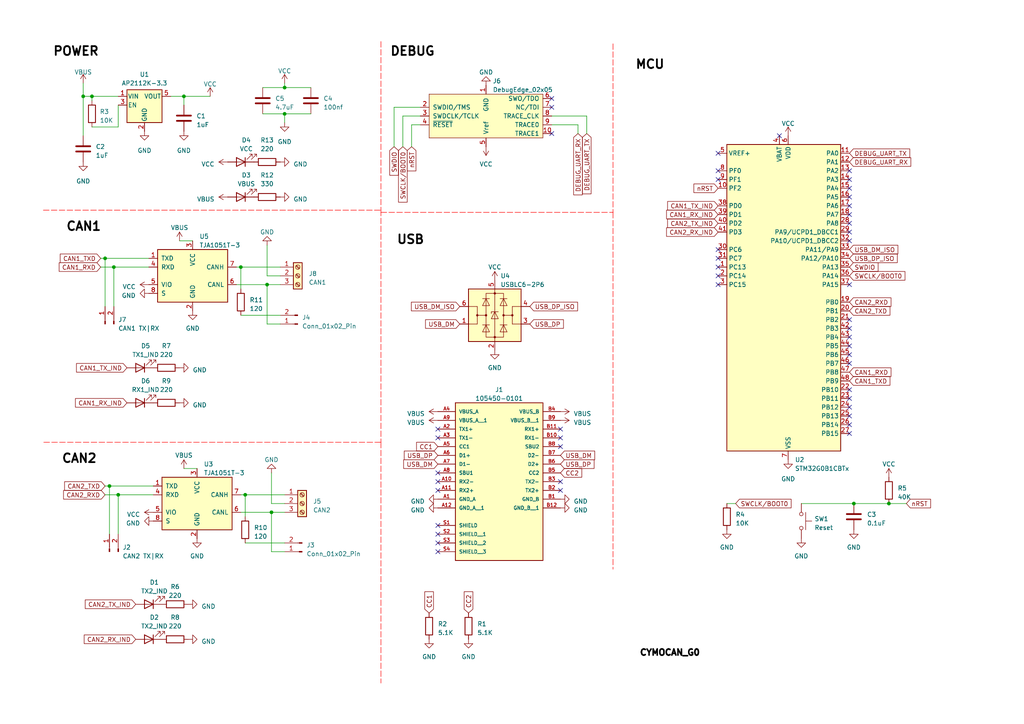
<source format=kicad_sch>
(kicad_sch (version 20230121) (generator eeschema)
  (paper "A4")
  (lib_symbols
    (symbol "105450-0101:105450-0101" (pin_names (offset 1.016))
      (property "Reference" "J" (at -12.7 16.002 0))
      (property "Value" "105450-0101" (at -12.7 -31.242 0))
      (symbol "105450-0101_0_0"
        (rectangle (start -12.7 -30.48) (end 12.7 15.24) (stroke (width 0.254)) (fill (type background)))
        (pin power_in line (at -17.78 -12.7 0) (length 5.08) (name "GND_A") (number "A1"))
        (pin bidirectional line (at -17.78 -7.62 0) (length 5.08) (name "RX2-") (number "A10"))
        (pin bidirectional line (at -17.78 -10.16 0) (length 5.08) (name "RX2+") (number "A11"))
        (pin power_in line (at -17.78 -15.24 0) (length 5.08) (name "GND_A__1") (number "A12"))
        (pin bidirectional line (at -17.78 7.62 0) (length 5.08) (name "TX1+") (number "A2"))
        (pin bidirectional line (at -17.78 5.08 0) (length 5.08) (name "TX1-") (number "A3"))
        (pin power_in line (at -17.78 12.7 0) (length 5.08) (name "VBUS_A") (number "A4"))
        (pin bidirectional line (at -17.78 2.54 0) (length 5.08) (name "CC1") (number "A5"))
        (pin bidirectional line (at -17.78 0 0) (length 5.08) (name "D1+") (number "A6"))
        (pin bidirectional line (at -17.78 -2.54 0) (length 5.08) (name "D1-") (number "A7"))
        (pin bidirectional line (at -17.78 -5.08 0) (length 5.08) (name "SBU1") (number "A8"))
        (pin power_in line (at -17.78 10.16 0) (length 5.08) (name "VBUS_A__1") (number "A9"))
        (pin power_in line (at 17.78 -12.7 180) (length 5.08) (name "GND_B") (number "B1"))
        (pin bidirectional line (at 17.78 5.08 180) (length 5.08) (name "RX1-") (number "B10"))
        (pin bidirectional line (at 17.78 7.62 180) (length 5.08) (name "RX1+") (number "B11"))
        (pin power_in line (at 17.78 -15.24 180) (length 5.08) (name "GND_B__1") (number "B12"))
        (pin bidirectional line (at 17.78 -10.16 180) (length 5.08) (name "TX2+") (number "B2"))
        (pin bidirectional line (at 17.78 -7.62 180) (length 5.08) (name "TX2-") (number "B3"))
        (pin power_in line (at 17.78 12.7 180) (length 5.08) (name "VBUS_B") (number "B4"))
        (pin bidirectional line (at 17.78 -5.08 180) (length 5.08) (name "CC2") (number "B5"))
        (pin bidirectional line (at 17.78 -2.54 180) (length 5.08) (name "D2+") (number "B6"))
        (pin bidirectional line (at 17.78 0 180) (length 5.08) (name "D2-") (number "B7"))
        (pin bidirectional line (at 17.78 2.54 180) (length 5.08) (name "SBU2") (number "B8"))
        (pin power_in line (at 17.78 10.16 180) (length 5.08) (name "VBUS_B__1") (number "B9"))
        (pin passive line (at -17.78 -20.32 0) (length 5.08) (name "SHIELD") (number "S1"))
        (pin passive line (at -17.78 -22.86 0) (length 5.08) (name "SHIELD__1") (number "S2"))
        (pin passive line (at -17.78 -25.4 0) (length 5.08) (name "SHIELD__2") (number "S3"))
        (pin passive line (at -17.78 -27.94 0) (length 5.08) (name "SHIELD__3") (number "S4"))
      )
    )
    (symbol "Connector:Conn_01x02_Pin" (pin_names (offset 1.016) hide)
      (property "Reference" "J" (at 0 2.54 0))
      (property "Value" "Conn_01x02_Pin" (at 0 -5.08 0))
      (symbol "Conn_01x02_Pin_1_1"
        (polyline (pts (xy 1.27 -2.54) (xy 0.8636 -2.54)) (stroke (width 0.1524)))
        (polyline (pts (xy 1.27 0) (xy 0.8636 0)) (stroke (width 0.1524)))
        (rectangle (start 0.8636 -2.413) (end 0 -2.667) (stroke (width 0.1524)) (fill (type outline)))
        (rectangle (start 0.8636 0.127) (end 0 -0.127) (stroke (width 0.1524)) (fill (type outline)))
        (pin passive line (at 5.08 0 180) (length 3.81) (name "Pin_1") (number "1"))
        (pin passive line (at 5.08 -2.54 180) (length 3.81) (name "Pin_2") (number "2"))
      )
    )
    (symbol "Connector:Screw_Terminal_01x03" (pin_names (offset 1.016) hide)
      (property "Reference" "J" (at 0 5.08 0))
      (property "Value" "Screw_Terminal_01x03" (at 0 -5.08 0))
      (symbol "Screw_Terminal_01x03_1_1"
        (rectangle (start -1.27 3.81) (end 1.27 -3.81) (stroke (width 0.254)) (fill (type background)))
        (circle (center 0 -2.54) (radius 0.635) (stroke (width 0.1524)))
        (polyline (pts (xy -0.5334 -2.2098) (xy 0.3302 -3.048)) (stroke (width 0.1524)))
        (polyline (pts (xy -0.5334 0.3302) (xy 0.3302 -0.508)) (stroke (width 0.1524)))
        (polyline (pts (xy -0.5334 2.8702) (xy 0.3302 2.032)) (stroke (width 0.1524)))
        (polyline (pts (xy -0.3556 -2.032) (xy 0.508 -2.8702)) (stroke (width 0.1524)))
        (polyline (pts (xy -0.3556 0.508) (xy 0.508 -0.3302)) (stroke (width 0.1524)))
        (polyline (pts (xy -0.3556 3.048) (xy 0.508 2.2098)) (stroke (width 0.1524)))
        (circle (center 0 0) (radius 0.635) (stroke (width 0.1524)))
        (circle (center 0 2.54) (radius 0.635) (stroke (width 0.1524)))
        (pin passive line (at -5.08 2.54 0) (length 3.81) (name "Pin_1") (number "1"))
        (pin passive line (at -5.08 0 0) (length 3.81) (name "Pin_2") (number "2"))
        (pin passive line (at -5.08 -2.54 0) (length 3.81) (name "Pin_3") (number "3"))
      )
    )
    (symbol "Connector_DebugEdge:DebugEdge_02x05" (pin_names (offset 1.016))
      (property "Reference" "J" (at -10.16 7.62 0))
      (property "Value" "DebugEdge_02x05" (at 11.43 7.62 0))
      (symbol "DebugEdge_02x05_0_1"
        (rectangle (start -16.51 6.35) (end 16.51 -6.35) (fill (type background)))
      )
      (symbol "DebugEdge_02x05_1_1"
        (pin power_in line (at 0 8.89 270) (length 2.54) (name "GND") (number "1"))
        (pin bidirectional line (at 19.05 -5.08 180) (length 2.54) (name "TRACE1") (number "10"))
        (pin bidirectional line (at -19.05 2.54 0) (length 2.54) (name "SWDIO/TMS") (number "2"))
        (pin bidirectional line (at -19.05 0 0) (length 2.54) (name "SWDCLK/TCLK") (number "3"))
        (pin bidirectional line (at -19.05 -2.54 0) (length 2.54) (name "~{RESET}") (number "4"))
        (pin power_in line (at 0 -8.89 90) (length 2.54) (name "Vref") (number "5"))
        (pin bidirectional line (at 19.05 5.08 180) (length 2.54) (name "SWO/TDO") (number "6"))
        (pin bidirectional line (at 19.05 2.54 180) (length 2.54) (name "NC/TDI") (number "7"))
        (pin bidirectional line (at 19.05 0 180) (length 2.54) (name "TRACE_CLK") (number "8"))
        (pin bidirectional line (at 19.05 -2.54 180) (length 2.54) (name "TRACE0") (number "9"))
      )
    )
    (symbol "Device:C" (pin_numbers hide) (pin_names (offset 0.254))
      (property "Reference" "C" (at 0.635 2.54 0))
      (property "Value" "C" (at 0.635 -2.54 0))
      (symbol "C_0_1"
        (polyline (pts (xy -2.032 -0.762) (xy 2.032 -0.762)) (stroke (width 0.508)))
        (polyline (pts (xy -2.032 0.762) (xy 2.032 0.762)) (stroke (width 0.508)))
      )
      (symbol "C_1_1"
        (pin passive line (at 0 3.81 270) (length 2.794) (name "~") (number "1"))
        (pin passive line (at 0 -3.81 90) (length 2.794) (name "~") (number "2"))
      )
    )
    (symbol "Device:LED" (pin_numbers hide) (pin_names (offset 1.016) hide)
      (property "Reference" "D" (at 0 2.54 0))
      (property "Value" "LED" (at 0 -2.54 0))
      (symbol "LED_0_1"
        (polyline (pts (xy -1.27 -1.27) (xy -1.27 1.27)) (stroke (width 0.254)))
        (polyline (pts (xy -1.27 0) (xy 1.27 0)))
        (polyline (pts (xy 1.27 -1.27) (xy 1.27 1.27) (xy -1.27 0) (xy 1.27 -1.27)) (stroke (width 0.254)))
        (polyline (pts (xy -3.048 -0.762) (xy -4.572 -2.286) (xy -3.81 -2.286) (xy -4.572 -2.286) (xy -4.572 -1.524)))
        (polyline (pts (xy -1.778 -0.762) (xy -3.302 -2.286) (xy -2.54 -2.286) (xy -3.302 -2.286) (xy -3.302 -1.524)))
      )
      (symbol "LED_1_1"
        (pin passive line (at -3.81 0 0) (length 2.54) (name "K") (number "1"))
        (pin passive line (at 3.81 0 180) (length 2.54) (name "A") (number "2"))
      )
    )
    (symbol "Device:R" (pin_numbers hide) (pin_names (offset 0))
      (property "Reference" "R" (at 2.032 0 90))
      (property "Value" "R" (at 0 0 90))
      (symbol "R_0_1"
        (rectangle (start -1.016 -2.54) (end 1.016 2.54) (stroke (width 0.254)))
      )
      (symbol "R_1_1"
        (pin passive line (at 0 3.81 270) (length 1.27) (name "~") (number "1"))
        (pin passive line (at 0 -3.81 90) (length 1.27) (name "~") (number "2"))
      )
    )
    (symbol "Interface_CAN_LIN:TJA1051T-3" (pin_names (offset 1.016))
      (property "Reference" "U" (at -10.16 8.89 0))
      (property "Value" "TJA1051T-3" (at 1.27 8.89 0))
      (symbol "TJA1051T-3_0_1"
        (rectangle (start -10.16 7.62) (end 10.16 -7.62) (stroke (width 0.254)) (fill (type background)))
      )
      (symbol "TJA1051T-3_1_1"
        (pin input line (at -12.7 5.08 0) (length 2.54) (name "TXD") (number "1"))
        (pin power_in line (at 0 -10.16 90) (length 2.54) (name "GND") (number "2"))
        (pin power_in line (at 0 10.16 270) (length 2.54) (name "VCC") (number "3"))
        (pin output line (at -12.7 2.54 0) (length 2.54) (name "RXD") (number "4"))
        (pin power_in line (at -12.7 -2.54 0) (length 2.54) (name "VIO") (number "5"))
        (pin bidirectional line (at 12.7 -2.54 180) (length 2.54) (name "CANL") (number "6"))
        (pin bidirectional line (at 12.7 2.54 180) (length 2.54) (name "CANH") (number "7"))
        (pin input line (at -12.7 -5.08 0) (length 2.54) (name "S") (number "8"))
      )
    )
    (symbol "MCU_ST_STM32G0:STM32G0B1CBTx"
      (property "Reference" "U" (at -15.24 46.99 0))
      (property "Value" "STM32G0B1CBTx" (at 5.08 46.99 0))
      (symbol "STM32G0B1CBTx_0_1"
        (rectangle (start -15.24 -43.18) (end 17.78 45.72) (stroke (width 0.254)) (fill (type background)))
      )
      (symbol "STM32G0B1CBTx_1_1"
        (pin bidirectional line (at -17.78 10.16 0) (length 2.54) (name "PC13") (number "1"))
        (pin bidirectional line (at -17.78 33.02 0) (length 2.54) (name "PF2") (number "10"))
        (pin bidirectional line (at 20.32 43.18 180) (length 2.54) (name "PA0") (number "11"))
        (pin bidirectional line (at 20.32 40.64 180) (length 2.54) (name "PA1") (number "12"))
        (pin bidirectional line (at 20.32 38.1 180) (length 2.54) (name "PA2") (number "13"))
        (pin bidirectional line (at 20.32 35.56 180) (length 2.54) (name "PA3") (number "14"))
        (pin bidirectional line (at 20.32 33.02 180) (length 2.54) (name "PA4") (number "15"))
        (pin bidirectional line (at 20.32 30.48 180) (length 2.54) (name "PA5") (number "16"))
        (pin bidirectional line (at 20.32 27.94 180) (length 2.54) (name "PA6") (number "17"))
        (pin bidirectional line (at 20.32 25.4 180) (length 2.54) (name "PA7") (number "18"))
        (pin bidirectional line (at 20.32 0 180) (length 2.54) (name "PB0") (number "19"))
        (pin bidirectional line (at -17.78 7.62 0) (length 2.54) (name "PC14") (number "2"))
        (pin bidirectional line (at 20.32 -2.54 180) (length 2.54) (name "PB1") (number "20"))
        (pin bidirectional line (at 20.32 -5.08 180) (length 2.54) (name "PB2") (number "21"))
        (pin bidirectional line (at 20.32 -25.4 180) (length 2.54) (name "PB10") (number "22"))
        (pin bidirectional line (at 20.32 -27.94 180) (length 2.54) (name "PB11") (number "23"))
        (pin bidirectional line (at 20.32 -30.48 180) (length 2.54) (name "PB12") (number "24"))
        (pin bidirectional line (at 20.32 -33.02 180) (length 2.54) (name "PB13") (number "25"))
        (pin bidirectional line (at 20.32 -35.56 180) (length 2.54) (name "PB14") (number "26"))
        (pin bidirectional line (at 20.32 -38.1 180) (length 2.54) (name "PB15") (number "27"))
        (pin bidirectional line (at 20.32 22.86 180) (length 2.54) (name "PA8") (number "28"))
        (pin bidirectional line (at 20.32 20.32 180) (length 2.54) (name "PA9/UCPD1_DBCC1") (number "29"))
        (pin bidirectional line (at -17.78 5.08 0) (length 2.54) (name "PC15") (number "3"))
        (pin bidirectional line (at -17.78 15.24 0) (length 2.54) (name "PC6") (number "30"))
        (pin bidirectional line (at -17.78 12.7 0) (length 2.54) (name "PC7") (number "31"))
        (pin bidirectional line (at 20.32 17.78 180) (length 2.54) (name "PA10/UCPD1_DBCC2") (number "32"))
        (pin bidirectional line (at 20.32 15.24 180) (length 2.54) (name "PA11/PA9") (number "33"))
        (pin bidirectional line (at 20.32 12.7 180) (length 2.54) (name "PA12/PA10") (number "34"))
        (pin bidirectional line (at 20.32 10.16 180) (length 2.54) (name "PA13") (number "35"))
        (pin bidirectional line (at 20.32 7.62 180) (length 2.54) (name "PA14") (number "36"))
        (pin bidirectional line (at 20.32 5.08 180) (length 2.54) (name "PA15") (number "37"))
        (pin bidirectional line (at -17.78 27.94 0) (length 2.54) (name "PD0") (number "38"))
        (pin bidirectional line (at -17.78 25.4 0) (length 2.54) (name "PD1") (number "39"))
        (pin power_in line (at 0 48.26 270) (length 2.54) (name "VBAT") (number "4"))
        (pin bidirectional line (at -17.78 22.86 0) (length 2.54) (name "PD2") (number "40"))
        (pin bidirectional line (at -17.78 20.32 0) (length 2.54) (name "PD3") (number "41"))
        (pin bidirectional line (at 20.32 -7.62 180) (length 2.54) (name "PB3") (number "42"))
        (pin bidirectional line (at 20.32 -10.16 180) (length 2.54) (name "PB4") (number "43"))
        (pin bidirectional line (at 20.32 -12.7 180) (length 2.54) (name "PB5") (number "44"))
        (pin bidirectional line (at 20.32 -15.24 180) (length 2.54) (name "PB6") (number "45"))
        (pin bidirectional line (at 20.32 -17.78 180) (length 2.54) (name "PB7") (number "46"))
        (pin bidirectional line (at 20.32 -20.32 180) (length 2.54) (name "PB8") (number "47"))
        (pin bidirectional line (at 20.32 -22.86 180) (length 2.54) (name "PB9") (number "48"))
        (pin input line (at -17.78 43.18 0) (length 2.54) (name "VREF+") (number "5"))
        (pin power_in line (at 2.54 48.26 270) (length 2.54) (name "VDD") (number "6"))
        (pin power_in line (at 2.54 -45.72 90) (length 2.54) (name "VSS") (number "7"))
        (pin bidirectional line (at -17.78 38.1 0) (length 2.54) (name "PF0") (number "8"))
        (pin bidirectional line (at -17.78 35.56 0) (length 2.54) (name "PF1") (number "9"))
      )
    )
    (symbol "Power_Protection:USBLC6-2P6" (pin_names hide)
      (property "Reference" "U" (at 2.54 8.89 0))
      (property "Value" "USBLC6-2P6" (at 2.54 -8.89 0))
      (symbol "USBLC6-2P6_0_1"
        (rectangle (start -7.62 -7.62) (end 7.62 7.62) (stroke (width 0.254)) (fill (type background)))
        (circle (center -5.08 0) (radius 0.254) (fill (type outline)))
        (circle (center -2.54 0) (radius 0.254) (fill (type outline)))
        (rectangle (start -2.54 6.35) (end 2.54 -6.35))
        (circle (center 0 -6.35) (radius 0.254) (fill (type outline)))
        (polyline (pts (xy -5.08 -2.54) (xy -7.62 -2.54)))
        (polyline (pts (xy -5.08 0) (xy -5.08 -2.54)))
        (polyline (pts (xy -5.08 2.54) (xy -7.62 2.54)))
        (polyline (pts (xy -1.524 -2.794) (xy -3.556 -2.794)))
        (polyline (pts (xy -1.524 4.826) (xy -3.556 4.826)))
        (polyline (pts (xy 0 -7.62) (xy 0 -6.35)))
        (polyline (pts (xy 0 -6.35) (xy 0 1.27)))
        (polyline (pts (xy 0 1.27) (xy 0 6.35)))
        (polyline (pts (xy 0 6.35) (xy 0 7.62)))
        (polyline (pts (xy 1.524 -2.794) (xy 3.556 -2.794)))
        (polyline (pts (xy 1.524 4.826) (xy 3.556 4.826)))
        (polyline (pts (xy 5.08 -2.54) (xy 7.62 -2.54)))
        (polyline (pts (xy 5.08 0) (xy 5.08 -2.54)))
        (polyline (pts (xy 5.08 2.54) (xy 7.62 2.54)))
        (polyline (pts (xy -2.54 0) (xy -5.08 0) (xy -5.08 2.54)))
        (polyline (pts (xy 2.54 0) (xy 5.08 0) (xy 5.08 2.54)))
        (polyline (pts (xy -3.556 -4.826) (xy -1.524 -4.826) (xy -2.54 -2.794) (xy -3.556 -4.826)))
        (polyline (pts (xy -3.556 2.794) (xy -1.524 2.794) (xy -2.54 4.826) (xy -3.556 2.794)))
        (polyline (pts (xy -1.016 -1.016) (xy 1.016 -1.016) (xy 0 1.016) (xy -1.016 -1.016)))
        (polyline (pts (xy 1.016 1.016) (xy 0.762 1.016) (xy -1.016 1.016) (xy -1.016 0.508)))
        (polyline (pts (xy 3.556 -4.826) (xy 1.524 -4.826) (xy 2.54 -2.794) (xy 3.556 -4.826)))
        (polyline (pts (xy 3.556 2.794) (xy 1.524 2.794) (xy 2.54 4.826) (xy 3.556 2.794)))
        (circle (center 0 6.35) (radius 0.254) (fill (type outline)))
        (circle (center 2.54 0) (radius 0.254) (fill (type outline)))
        (circle (center 5.08 0) (radius 0.254) (fill (type outline)))
      )
      (symbol "USBLC6-2P6_1_1"
        (pin passive line (at -10.16 -2.54 0) (length 2.54) (name "I/O1") (number "1"))
        (pin passive line (at 0 -10.16 90) (length 2.54) (name "GND") (number "2"))
        (pin passive line (at 10.16 -2.54 180) (length 2.54) (name "I/O2") (number "3"))
        (pin passive line (at 10.16 2.54 180) (length 2.54) (name "I/O2") (number "4"))
        (pin passive line (at 0 10.16 270) (length 2.54) (name "VBUS") (number "5"))
        (pin passive line (at -10.16 2.54 0) (length 2.54) (name "I/O1") (number "6"))
      )
    )
    (symbol "Regulator_Linear:AP2112K-3.3" (pin_names (offset 0.254))
      (property "Reference" "U" (at -5.08 5.715 0))
      (property "Value" "AP2112K-3.3" (at 0 5.715 0))
      (symbol "AP2112K-3.3_0_1"
        (rectangle (start -5.08 4.445) (end 5.08 -5.08) (stroke (width 0.254)) (fill (type background)))
      )
      (symbol "AP2112K-3.3_1_1"
        (pin power_in line (at -7.62 2.54 0) (length 2.54) (name "VIN") (number "1"))
        (pin power_in line (at 0 -7.62 90) (length 2.54) (name "GND") (number "2"))
        (pin input line (at -7.62 0 0) (length 2.54) (name "EN") (number "3"))
        (pin no_connect line (at 5.08 0 180) (length 2.54) hide (name "NC") (number "4"))
        (pin power_out line (at 7.62 2.54 180) (length 2.54) (name "VOUT") (number "5"))
      )
    )
    (symbol "Switch:SW_Push" (pin_numbers hide) (pin_names (offset 1.016) hide)
      (property "Reference" "SW" (at 1.27 2.54 0))
      (property "Value" "SW_Push" (at 0 -1.524 0))
      (symbol "SW_Push_0_1"
        (circle (center -2.032 0) (radius 0.508))
        (polyline (pts (xy 0 1.27) (xy 0 3.048)))
        (polyline (pts (xy 2.54 1.27) (xy -2.54 1.27)))
        (circle (center 2.032 0) (radius 0.508))
        (pin passive line (at -5.08 0 0) (length 2.54) (name "1") (number "1"))
        (pin passive line (at 5.08 0 180) (length 2.54) (name "2") (number "2"))
      )
    )
    (symbol "power:GND" (power) (pin_names (offset 0))
      (property "Value" "GND" (at 0 -3.81 0))
      (symbol "GND_0_1"
        (polyline (pts (xy 0 0) (xy 0 -1.27) (xy 1.27 -1.27) (xy 0 -2.54) (xy -1.27 -1.27) (xy 0 -1.27)))
      )
      (symbol "GND_1_1"
        (pin power_in line (at 0 0 270) (length 0) hide (name "GND") (number "1"))
      )
    )
    (symbol "power:VBUS" (power) (pin_names (offset 0))
      (property "Value" "VBUS" (at 0 3.81 0))
      (symbol "VBUS_0_1"
        (polyline (pts (xy -0.762 1.27) (xy 0 2.54)))
        (polyline (pts (xy 0 0) (xy 0 2.54)))
        (polyline (pts (xy 0 2.54) (xy 0.762 1.27)))
      )
      (symbol "VBUS_1_1"
        (pin power_in line (at 0 0 90) (length 0) hide (name "VBUS") (number "1"))
      )
    )
    (symbol "power:VCC" (power) (pin_names (offset 0))
      (property "Value" "VCC" (at 0 3.81 0))
      (symbol "VCC_0_1"
        (polyline (pts (xy -0.762 1.27) (xy 0 2.54)))
        (polyline (pts (xy 0 0) (xy 0 2.54)))
        (polyline (pts (xy 0 2.54) (xy 0.762 1.27)))
      )
      (symbol "VCC_1_1"
        (pin power_in line (at 0 0 90) (length 0) hide (name "VCC") (number "1"))
      )
    )
  )
  (junction (at 82.55 25.4))
  (junction (at 71.12 143.51))
  (junction (at 53.34 27.94))
  (junction (at 31.75 140.97))
  (junction (at 33.02 77.47))
  (junction (at 257.81 146.05))
  (junction (at 78.74 148.59))
  (junction (at 24.13 27.94))
  (junction (at 247.65 146.05))
  (junction (at 30.48 74.93))
  (junction (at 69.85 77.47))
  (junction (at 77.47 82.55))
  (junction (at 82.55 33.02))
  (junction (at 34.29 143.51))
  (junction (at 26.67 27.94))
  (no_connect (at 246.38 100.33))
  (no_connect (at 208.28 77.47))
  (no_connect (at 160.02 31.115))
  (no_connect (at 246.38 54.61))
  (no_connect (at 208.28 44.45))
  (no_connect (at 127 160.02))
  (no_connect (at 246.38 57.15))
  (no_connect (at 246.38 113.03))
  (no_connect (at 246.38 105.41))
  (no_connect (at 208.28 74.93))
  (no_connect (at 127 152.4))
  (no_connect (at 127 154.94))
  (no_connect (at 162.56 142.24))
  (no_connect (at 246.38 92.71))
  (no_connect (at 160.02 38.735))
  (no_connect (at 246.38 102.87))
  (no_connect (at 127 142.24))
  (no_connect (at 127 137.16))
  (no_connect (at 246.38 49.53))
  (no_connect (at 208.28 72.39))
  (no_connect (at 246.38 52.07))
  (no_connect (at 246.38 59.69))
  (no_connect (at 246.38 118.11))
  (no_connect (at 208.28 82.55))
  (no_connect (at 246.38 95.25))
  (no_connect (at 208.28 49.53))
  (no_connect (at 127 124.46))
  (no_connect (at 127 157.48))
  (no_connect (at 208.28 52.07))
  (no_connect (at 246.38 64.77))
  (no_connect (at 246.38 123.19))
  (no_connect (at 246.38 69.85))
  (no_connect (at 208.28 80.01))
  (no_connect (at 162.56 127))
  (no_connect (at 246.38 125.73))
  (no_connect (at 246.38 67.31))
  (no_connect (at 226.06 39.37))
  (no_connect (at 162.56 124.46))
  (no_connect (at 246.38 97.79))
  (no_connect (at 246.38 62.23))
  (no_connect (at 162.56 139.7))
  (no_connect (at 127 127))
  (no_connect (at 246.38 120.65))
  (no_connect (at 127 139.7))
  (no_connect (at 246.38 115.57))
  (no_connect (at 162.56 129.54))
  (no_connect (at 160.02 28.575))
  (no_connect (at 246.38 82.55))
  (wire (pts (xy 114.3 42.545) (xy 114.3 31.115)))
  (wire (pts (xy 31.75 140.97) (xy 31.75 154.94)))
  (wire (pts (xy 71.12 143.51) (xy 71.12 149.86)))
  (wire (pts (xy 34.29 36.83) (xy 26.67 36.83)))
  (wire (pts (xy 30.48 143.51) (xy 34.29 143.51)))
  (wire (pts (xy 68.58 82.55) (xy 77.47 82.55)))
  (wire (pts (xy 29.21 77.47) (xy 33.02 77.47)))
  (polyline (pts (xy 110.49 61.595) (xy 177.8 61.595)) (stroke (width 0) (type dash) (color 255 0 0 1)))
  (wire (pts (xy 31.75 140.97) (xy 44.45 140.97)))
  (wire (pts (xy 77.47 82.55) (xy 81.28 82.55)))
  (wire (pts (xy 78.74 160.02) (xy 78.74 148.59)))
  (wire (pts (xy 69.85 143.51) (xy 71.12 143.51)))
  (wire (pts (xy 114.3 31.115) (xy 121.92 31.115)))
  (wire (pts (xy 210.82 146.05) (xy 213.36 146.05)))
  (wire (pts (xy 34.29 143.51) (xy 34.29 154.94)))
  (wire (pts (xy 78.74 137.16) (xy 78.74 146.05)))
  (wire (pts (xy 24.13 27.94) (xy 24.13 39.37)))
  (wire (pts (xy 82.55 25.4) (xy 90.17 25.4)))
  (polyline (pts (xy 12.573 60.96) (xy 110.49 60.96)) (stroke (width 0) (type dash) (color 255 0 0 1)))
  (wire (pts (xy 116.84 33.655) (xy 121.92 33.655)))
  (wire (pts (xy 76.2 33.02) (xy 82.55 33.02)))
  (wire (pts (xy 33.02 77.47) (xy 43.18 77.47)))
  (polyline (pts (xy 177.8 12.7) (xy 177.8 61.595)) (stroke (width 0) (type dash) (color 255 0 0 1)))
  (wire (pts (xy 116.84 42.545) (xy 116.84 33.655)))
  (wire (pts (xy 119.38 36.195) (xy 121.92 36.195)))
  (wire (pts (xy 29.21 74.93) (xy 30.48 74.93)))
  (wire (pts (xy 26.67 27.94) (xy 34.29 27.94)))
  (wire (pts (xy 170.18 38.735) (xy 170.18 33.655)))
  (wire (pts (xy 26.67 27.94) (xy 26.67 29.21)))
  (wire (pts (xy 53.34 27.94) (xy 60.96 27.94)))
  (wire (pts (xy 24.13 24.13) (xy 24.13 27.94)))
  (polyline (pts (xy 110.49 12.0396) (xy 110.49 60.96)) (stroke (width 0) (type dash) (color 255 0 0 1)))
  (wire (pts (xy 232.41 146.05) (xy 247.65 146.05)))
  (wire (pts (xy 82.55 160.02) (xy 78.74 160.02)))
  (wire (pts (xy 69.85 91.44) (xy 81.28 91.44)))
  (wire (pts (xy 167.64 36.195) (xy 167.64 38.735)))
  (wire (pts (xy 71.12 143.51) (xy 82.55 143.51)))
  (wire (pts (xy 57.15 135.89) (xy 53.34 135.89)))
  (wire (pts (xy 170.18 33.655) (xy 160.02 33.655)))
  (wire (pts (xy 247.65 146.05) (xy 257.81 146.05)))
  (wire (pts (xy 55.88 69.85) (xy 52.07 69.85)))
  (wire (pts (xy 77.47 93.98) (xy 77.47 82.55)))
  (wire (pts (xy 77.47 71.12) (xy 77.47 80.01)))
  (wire (pts (xy 77.47 80.01) (xy 81.28 80.01)))
  (wire (pts (xy 81.28 93.98) (xy 77.47 93.98)))
  (wire (pts (xy 160.02 36.195) (xy 167.64 36.195)))
  (wire (pts (xy 34.29 30.48) (xy 34.29 36.83)))
  (wire (pts (xy 82.55 24.13) (xy 82.55 25.4)))
  (wire (pts (xy 34.29 143.51) (xy 44.45 143.51)))
  (wire (pts (xy 257.81 146.05) (xy 262.89 146.05)))
  (wire (pts (xy 76.2 25.4) (xy 82.55 25.4)))
  (wire (pts (xy 119.38 42.545) (xy 119.38 36.195)))
  (wire (pts (xy 33.02 77.47) (xy 33.02 88.9)))
  (polyline (pts (xy 177.8 61.595) (xy 177.8 165.1)) (stroke (width 0) (type dash) (color 255 0 0 1)))
  (wire (pts (xy 68.58 77.47) (xy 69.85 77.47)))
  (polyline (pts (xy 110.49 128.27) (xy 110.49 198.12)) (stroke (width 0) (type dash) (color 255 0 0 1)))
  (polyline (pts (xy 110.49 60.96) (xy 110.49 128.27)) (stroke (width 0) (type dash) (color 255 0 0 1)))
  (wire (pts (xy 82.55 33.02) (xy 82.55 35.56)))
  (wire (pts (xy 78.74 146.05) (xy 82.55 146.05)))
  (wire (pts (xy 71.12 157.48) (xy 82.55 157.48)))
  (wire (pts (xy 82.55 33.02) (xy 90.17 33.02)))
  (wire (pts (xy 69.85 77.47) (xy 81.28 77.47)))
  (polyline (pts (xy 12.7 128.27) (xy 110.49 128.27)) (stroke (width 0) (type dash) (color 255 0 0 1)))
  (wire (pts (xy 30.48 140.97) (xy 31.75 140.97)))
  (wire (pts (xy 69.85 148.59) (xy 78.74 148.59)))
  (wire (pts (xy 78.74 148.59) (xy 82.55 148.59)))
  (wire (pts (xy 53.34 30.48) (xy 53.34 27.94)))
  (wire (pts (xy 69.85 77.47) (xy 69.85 83.82)))
  (wire (pts (xy 24.13 27.94) (xy 26.67 27.94)))
  (wire (pts (xy 53.34 27.94) (xy 49.53 27.94)))
  (wire (pts (xy 30.48 74.93) (xy 30.48 88.9)))
  (wire (pts (xy 30.48 74.93) (xy 43.18 74.93)))
  (text "CAN1" (at 19.05 67.31 0) (effects (font (size 2.54 2.54) (thickness 0.508) bold) (justify left bottom)))
  (text "USB" (at 114.935 71.12 0) (effects (font (size 2.54 2.54) (thickness 0.508) bold) (justify left bottom)))
  (text "MCU" (at 184.15 20.32 0) (effects (font (size 2.54 2.54) (thickness 0.508) bold) (justify left bottom)))
  (text "DEBUG\n" (at 113.03 16.51 0) (effects (font (size 2.54 2.54) (thickness 0.508) bold) (justify left bottom)))
  (text "POWER" (at 15.24 16.51 0) (effects (font (size 2.54 2.54) (thickness 0.508) bold) (justify left bottom)))
  (text "CYMOCAN_G0" (at 185.42 190.5 0) (effects (font (size 1.778 1.778) (thickness 0.508) bold) (justify left bottom)))
  (text "CAN2\n" (at 17.78 134.62 0) (effects (font (size 2.54 2.54) (thickness 0.508) bold) (justify left bottom)))
  (global_label "CAN1_TX_IND" (shape input) (at 208.28 59.69 180) (property "Intersheetrefs" "${INTERSHEET_REFS}" (effects hide)))
  (global_label "SWDIO" (shape input) (at 246.38 77.47 0) (property "Intersheetrefs" "${INTERSHEET_REFS}" (effects hide)))
  (global_label "CAN1_RX_IND" (shape input) (at 36.83 116.84 180) (property "Intersheetrefs" "${INTERSHEET_REFS}" (effects hide)))
  (global_label "USB_DP" (shape input) (at 162.56 134.62 0) (property "Intersheetrefs" "${INTERSHEET_REFS}" (effects hide)))
  (global_label "CAN1_TXD" (shape input) (at 246.38 110.49 0) (property "Intersheetrefs" "${INTERSHEET_REFS}" (effects hide)))
  (global_label "USB_DM_ISO" (shape input) (at 133.35 88.9 180) (property "Intersheetrefs" "${INTERSHEET_REFS}" (effects hide)))
  (global_label "USB_DP_ISO" (shape input) (at 153.67 88.9 0) (property "Intersheetrefs" "${INTERSHEET_REFS}" (effects hide)))
  (global_label "CAN2_RXD" (shape input) (at 30.48 143.51 180) (property "Intersheetrefs" "${INTERSHEET_REFS}" (effects hide)))
  (global_label "CAN2_TX_IND" (shape input) (at 39.37 175.26 180) (property "Intersheetrefs" "${INTERSHEET_REFS}" (effects hide)))
  (global_label "CAN2_TXD" (shape input) (at 30.48 140.97 180) (property "Intersheetrefs" "${INTERSHEET_REFS}" (effects hide)))
  (global_label "CC2" (shape input) (at 135.89 177.8 90) (property "Intersheetrefs" "${INTERSHEET_REFS}" (effects hide)))
  (global_label "CAN1_RXD" (shape input) (at 246.38 107.95 0) (property "Intersheetrefs" "${INTERSHEET_REFS}" (effects hide)))
  (global_label "CAN2_RX_IND" (shape input) (at 39.37 185.42 180) (property "Intersheetrefs" "${INTERSHEET_REFS}" (effects hide)))
  (global_label "USB_DM" (shape input) (at 133.35 93.98 180) (property "Intersheetrefs" "${INTERSHEET_REFS}" (effects hide)))
  (global_label "USB_DM" (shape input) (at 127 134.62 180) (property "Intersheetrefs" "${INTERSHEET_REFS}" (effects hide)))
  (global_label "CC1" (shape input) (at 124.46 177.8 90) (property "Intersheetrefs" "${INTERSHEET_REFS}" (effects hide)))
  (global_label "DEBUG_UART_TX" (shape input) (at 246.38 44.45 0) (property "Intersheetrefs" "${INTERSHEET_REFS}" (effects hide)))
  (global_label "SWCLK{slash}BOOT0" (shape input) (at 116.84 42.545 270) (property "Intersheetrefs" "${INTERSHEET_REFS}" (effects hide)))
  (global_label "CAN1_RX_IND" (shape input) (at 208.28 62.23 180) (property "Intersheetrefs" "${INTERSHEET_REFS}" (effects hide)))
  (global_label "DEBUG_UART_TX" (shape input) (at 170.18 38.735 270) (property "Intersheetrefs" "${INTERSHEET_REFS}" (effects hide)))
  (global_label "nRST" (shape input) (at 208.28 54.61 180) (property "Intersheetrefs" "${INTERSHEET_REFS}" (effects hide)))
  (global_label "SWCLK{slash}BOOT0" (shape input) (at 246.38 80.01 0) (property "Intersheetrefs" "${INTERSHEET_REFS}" (effects hide)))
  (global_label "USB_DP" (shape input) (at 127 132.08 180) (property "Intersheetrefs" "${INTERSHEET_REFS}" (effects hide)))
  (global_label "CC2" (shape input) (at 162.56 137.16 0) (property "Intersheetrefs" "${INTERSHEET_REFS}" (effects hide)))
  (global_label "nRST" (shape input) (at 119.38 42.545 270) (property "Intersheetrefs" "${INTERSHEET_REFS}" (effects hide)))
  (global_label "CAN1_RXD" (shape input) (at 29.21 77.47 180) (property "Intersheetrefs" "${INTERSHEET_REFS}" (effects hide)))
  (global_label "nRST" (shape input) (at 262.89 146.05 0) (property "Intersheetrefs" "${INTERSHEET_REFS}" (effects hide)))
  (global_label "USB_DM_ISO" (shape input) (at 246.38 72.39 0) (property "Intersheetrefs" "${INTERSHEET_REFS}" (effects hide)))
  (global_label "CAN2_TXD" (shape input) (at 246.38 90.17 0) (property "Intersheetrefs" "${INTERSHEET_REFS}" (effects hide)))
  (global_label "SWDIO" (shape input) (at 114.3 42.545 270) (property "Intersheetrefs" "${INTERSHEET_REFS}" (effects hide)))
  (global_label "CAN2_TX_IND" (shape input) (at 208.28 64.77 180) (property "Intersheetrefs" "${INTERSHEET_REFS}" (effects hide)))
  (global_label "CAN2_RXD" (shape input) (at 246.38 87.63 0) (property "Intersheetrefs" "${INTERSHEET_REFS}" (effects hide)))
  (global_label "CAN2_RX_IND" (shape input) (at 208.28 67.31 180) (property "Intersheetrefs" "${INTERSHEET_REFS}" (effects hide)))
  (global_label "USB_DM" (shape input) (at 162.56 132.08 0) (property "Intersheetrefs" "${INTERSHEET_REFS}" (effects hide)))
  (global_label "CAN1_TX_IND" (shape input) (at 36.83 106.68 180) (property "Intersheetrefs" "${INTERSHEET_REFS}" (effects hide)))
  (global_label "SWCLK{slash}BOOT0" (shape input) (at 213.36 146.05 0) (property "Intersheetrefs" "${INTERSHEET_REFS}" (effects hide)))
  (global_label "USB_DP" (shape input) (at 153.67 93.98 0) (property "Intersheetrefs" "${INTERSHEET_REFS}" (effects hide)))
  (global_label "CC1" (shape input) (at 127 129.54 180) (property "Intersheetrefs" "${INTERSHEET_REFS}" (effects hide)))
  (global_label "DEBUG_UART_RX" (shape input) (at 246.38 46.99 0) (property "Intersheetrefs" "${INTERSHEET_REFS}" (effects hide)))
  (global_label "CAN1_TXD" (shape input) (at 29.21 74.93 180) (property "Intersheetrefs" "${INTERSHEET_REFS}" (effects hide)))
  (global_label "USB_DP_ISO" (shape input) (at 246.38 74.93 0) (property "Intersheetrefs" "${INTERSHEET_REFS}" (effects hide)))
  (global_label "DEBUG_UART_RX" (shape input) (at 167.64 38.735 270) (property "Intersheetrefs" "${INTERSHEET_REFS}" (effects hide)))
  (symbol (lib_id "power:GND") (at 124.46 185.42 0) (unit 1)
    (property "Reference" "#PWR025" (effects hide))
    (property "Value" "GND" (at 124.46 190.5 0))
  )
  (symbol (lib_id "power:GND") (at 53.34 38.1 0) (unit 1)
    (property "Reference" "#PWR07" (effects hide))
    (property "Value" "GND" (at 53.34 43.6626 0))
  )
  (symbol (lib_id "power:GND") (at 232.41 156.21 0) (unit 1)
    (property "Reference" "#PWR039" (effects hide))
    (property "Value" "GND" (at 232.41 161.29 0))
  )
  (symbol (lib_id "power:GND") (at 127 144.78 270) (unit 1)
    (property "Reference" "#PWR018" (effects hide))
    (property "Value" "GND" (at 123.19 145.415 90) (effects (justify right)))
  )
  (symbol (lib_id "power:GND") (at 143.51 101.6 0) (unit 1)
    (property "Reference" "#PWR045" (effects hide))
    (property "Value" "GND" (at 143.51 106.68 0))
  )
  (symbol (lib_id "power:GND") (at 78.74 137.16 180) (unit 1)
    (property "Reference" "#PWR043" (effects hide))
    (property "Value" "GND" (at 78.74 133.35 0))
  )
  (symbol (lib_id "Device:C") (at 247.65 149.86 0) (unit 1)
    (property "Reference" "C3" (at 251.46 149.225 0) (effects (justify left)))
    (property "Value" "0.1uF" (at 251.46 151.765 0) (effects (justify left)))
    (property "Footprint" "Capacitor_SMD:C_0603_1608Metric_Pad1.08x0.95mm_HandSolder" (effects hide))
  )
  (symbol (lib_id "Device:R") (at 210.82 149.86 180) (unit 1)
    (property "Reference" "R4" (at 213.36 149.225 0) (effects (justify right)))
    (property "Value" "10K" (at 213.36 151.765 0) (effects (justify right)))
    (property "Footprint" "Resistor_SMD:R_0603_1608Metric_Pad0.98x0.95mm_HandSolder" (effects hide))
  )
  (symbol (lib_id "Device:LED") (at 43.18 175.26 180) (unit 1)
    (property "Reference" "D1" (at 44.7675 168.91 0))
    (property "Value" "TX2_IND" (at 44.7675 171.45 0))
    (property "Footprint" "LED_SMD:LED_0603_1608Metric_Pad1.05x0.95mm_HandSolder" (effects hide))
  )
  (symbol (lib_id "Device:R") (at 50.8 185.42 90) (unit 1)
    (property "Reference" "R8" (at 50.8 179.07 90))
    (property "Value" "220" (at 50.8 181.61 90))
    (property "Footprint" "Resistor_SMD:R_0603_1608Metric_Pad0.98x0.95mm_HandSolder" (effects hide))
  )
  (symbol (lib_id "Device:R") (at 77.47 46.99 90) (unit 1)
    (property "Reference" "R13" (at 77.47 40.64 90))
    (property "Value" "220" (at 77.47 43.18 90))
    (property "Footprint" "Resistor_SMD:R_0603_1608Metric_Pad0.98x0.95mm_HandSolder" (effects hide))
  )
  (symbol (lib_id "Device:C") (at 53.34 34.29 0) (unit 1)
    (property "Reference" "C1" (at 56.9722 33.655 0) (effects (justify left)))
    (property "Value" "1uF" (at 56.9722 36.195 0) (effects (justify left)))
    (property "Footprint" "Capacitor_SMD:C_0603_1608Metric_Pad1.08x0.95mm_HandSolder" (effects hide))
  )
  (symbol (lib_id "Connector:Conn_01x02_Pin") (at 87.63 160.02 180) (unit 1)
    (property "Reference" "J3" (at 88.9 158.115 0) (effects (justify right)))
    (property "Value" "Conn_01x02_Pin" (at 88.9 160.655 0) (effects (justify right)))
    (property "Footprint" "Connector_PinHeader_2.54mm:PinHeader_2x01_P2.54mm_Vertical" (effects hide))
  )
  (symbol (lib_id "power:GND") (at 52.07 106.68 90) (unit 1)
    (property "Reference" "#PWR035" (effects hide))
    (property "Value" "GND" (at 55.88 107.315 90) (effects (justify right)))
  )
  (symbol (lib_id "Device:R") (at 26.67 33.02 0) (unit 1)
    (property "Reference" "R3" (at 28.9306 32.385 0) (effects (justify left)))
    (property "Value" "10K" (at 28.9306 34.925 0) (effects (justify left)))
    (property "Footprint" "Resistor_SMD:R_0603_1608Metric_Pad0.98x0.95mm_HandSolder" (effects hide))
  )
  (symbol (lib_id "power:VBUS") (at 52.07 69.85 0) (unit 1)
    (property "Reference" "#PWR026" (effects hide))
    (property "Value" "VBUS" (at 52.07 66.04 0))
  )
  (symbol (lib_id "power:VBUS") (at 127 121.92 90) (unit 1)
    (property "Reference" "#PWR021" (effects hide))
    (property "Value" "VBUS" (at 123.19 122.555 90) (effects (justify left)))
  )
  (symbol (lib_id "power:GND") (at 43.18 85.09 270) (unit 1)
    (property "Reference" "#PWR029" (effects hide))
    (property "Value" "GND" (at 39.37 85.725 90) (effects (justify right)))
  )
  (symbol (lib_id "power:GND") (at 55.88 90.17 0) (unit 1)
    (property "Reference" "#PWR028" (effects hide))
    (property "Value" "GND" (at 55.88 95.25 0))
  )
  (symbol (lib_id "power:GND") (at 57.15 156.21 0) (unit 1)
    (property "Reference" "#PWR033" (effects hide))
    (property "Value" "GND" (at 57.15 161.29 0))
  )
  (symbol (lib_id "power:GND") (at 54.61 185.42 90) (unit 1)
    (property "Reference" "#PWR036" (effects hide))
    (property "Value" "GND" (at 58.42 186.055 90) (effects (justify right)))
  )
  (symbol (lib_id "Device:R") (at 48.26 106.68 90) (unit 1)
    (property "Reference" "R7" (at 48.26 100.33 90))
    (property "Value" "220" (at 48.26 102.87 90))
    (property "Footprint" "Resistor_SMD:R_0603_1608Metric_Pad0.98x0.95mm_HandSolder" (effects hide))
  )
  (symbol (lib_id "Interface_CAN_LIN:TJA1051T-3") (at 55.88 80.01 0) (unit 1)
    (property "Reference" "U5" (at 57.8359 68.58 0) (effects (justify left)))
    (property "Value" "TJA1051T-3" (at 57.8359 71.12 0) (effects (justify left)))
    (property "Footprint" "Package_SO:SOIC-8_3.9x4.9mm_P1.27mm" (effects hide))
    (property "Datasheet" "http://www.nxp.com/documents/data_sheet/TJA1051.pdf" (effects hide))
  )
  (symbol (lib_id "power:VCC") (at 228.6 39.37 0) (unit 1)
    (property "Reference" "#PWR09" (effects hide))
    (property "Value" "VCC" (at 228.6 35.8394 0))
  )
  (symbol (lib_id "Device:R") (at 135.89 181.61 0) (unit 1)
    (property "Reference" "R1" (at 138.43 180.975 0) (effects (justify left)))
    (property "Value" "5.1K" (at 138.43 183.515 0) (effects (justify left)))
    (property "Footprint" "Resistor_SMD:R_0603_1608Metric_Pad0.98x0.95mm_HandSolder" (effects hide))
  )
  (symbol (lib_id "power:GND") (at 52.07 116.84 90) (unit 1)
    (property "Reference" "#PWR037" (effects hide))
    (property "Value" "GND" (at 55.88 117.475 90) (effects (justify right)))
  )
  (symbol (lib_id "power:GND") (at 77.47 71.12 180) (unit 1)
    (property "Reference" "#PWR042" (effects hide))
    (property "Value" "GND" (at 77.47 67.31 0))
  )
  (symbol (lib_id "power:GND") (at 210.82 153.67 0) (unit 1)
    (property "Reference" "#PWR041" (effects hide))
    (property "Value" "GND" (at 210.82 158.75 0))
  )
  (symbol (lib_id "Device:R") (at 124.46 181.61 0) (unit 1)
    (property "Reference" "R2" (at 127 180.975 0) (effects (justify left)))
    (property "Value" "5.1K" (at 127 183.515 0) (effects (justify left)))
    (property "Footprint" "Resistor_SMD:R_0603_1608Metric_Pad0.98x0.95mm_HandSolder" (effects hide))
  )
  (symbol (lib_id "power:GND") (at 44.45 151.13 270) (unit 1)
    (property "Reference" "#PWR031" (effects hide))
    (property "Value" "GND" (at 40.64 151.765 90) (effects (justify right)))
  )
  (symbol (lib_id "Connector:Conn_01x02_Pin") (at 86.36 93.98 180) (unit 1)
    (property "Reference" "J4" (at 87.63 92.075 0) (effects (justify right)))
    (property "Value" "Conn_01x02_Pin" (at 87.63 94.615 0) (effects (justify right)))
    (property "Footprint" "Connector_PinHeader_2.54mm:PinHeader_2x01_P2.54mm_Vertical" (effects hide))
  )
  (symbol (lib_id "power:VCC") (at 143.51 81.28 0) (unit 1)
    (property "Reference" "#PWR044" (effects hide))
    (property "Value" "VCC" (at 143.51 77.47 0))
  )
  (symbol (lib_id "power:VCC") (at 43.18 82.55 90) (unit 1)
    (property "Reference" "#PWR027" (effects hide))
    (property "Value" "VCC" (at 39.37 83.185 90) (effects (justify left)))
  )
  (symbol (lib_id "power:VCC") (at 44.45 148.59 90) (unit 1)
    (property "Reference" "#PWR030" (effects hide))
    (property "Value" "VCC" (at 40.64 149.225 90) (effects (justify left)))
  )
  (symbol (lib_id "Device:LED") (at 43.18 185.42 180) (unit 1)
    (property "Reference" "D2" (at 44.7675 179.07 0))
    (property "Value" "TX2_IND" (at 44.7675 181.61 0))
    (property "Footprint" "LED_SMD:LED_0603_1608Metric_Pad1.05x0.95mm_HandSolder" (effects hide))
  )
  (symbol (lib_id "MCU_ST_STM32G0:STM32G0B1CBTx") (at 226.06 87.63 0) (unit 1)
    (property "Reference" "U2" (at 230.5559 133.35 0) (effects (justify left)))
    (property "Value" "STM32G0B1CBTx" (at 230.5559 135.89 0) (effects (justify left)))
    (property "Footprint" "Package_QFP:LQFP-48_7x7mm_P0.5mm" (effects hide))
    (property "Datasheet" "https://www.st.com/resource/en/datasheet/stm32g0b1cb.pdf" (effects hide))
  )
  (symbol (lib_id "Power_Protection:USBLC6-2P6") (at 143.51 91.44 0) (unit 1)
    (property "Reference" "U4" (at 145.1611 80.01 0) (effects (justify left)))
    (property "Value" "USBLC6-2P6" (at 145.1611 82.55 0) (effects (justify left)))
    (property "Footprint" "Package_TO_SOT_SMD:SOT-666" (effects hide))
    (property "Datasheet" "https://www.st.com/resource/en/datasheet/usblc6-2.pdf" (effects hide))
  )
  (symbol (lib_id "power:GND") (at 135.89 185.42 0) (unit 1)
    (property "Reference" "#PWR024" (effects hide))
    (property "Value" "GND" (at 135.89 190.5 0))
  )
  (symbol (lib_id "power:GND") (at 41.91 38.1 0) (unit 1)
    (property "Reference" "#PWR06" (effects hide))
    (property "Value" "GND" (at 41.91 43.6626 0))
  )
  (symbol (lib_id "power:GND") (at 82.55 35.56 0) (unit 1)
    (property "Reference" "#PWR012" (effects hide))
    (property "Value" "GND" (at 82.55 41.1226 0))
  )
  (symbol (lib_id "power:VCC") (at 140.97 42.545 180) (unit 1)
    (property "Reference" "#PWR014" (effects hide))
    (property "Value" "VCC" (at 140.97 47.625 0))
  )
  (symbol (lib_id "Device:LED") (at 69.85 57.15 180) (unit 1)
    (property "Reference" "D3" (at 71.4375 50.8 0))
    (property "Value" "VBUS" (at 71.4375 53.34 0))
    (property "Footprint" "LED_SMD:LED_0603_1608Metric_Pad1.05x0.95mm_HandSolder" (effects hide))
  )
  (symbol (lib_id "power:VBUS") (at 127 119.38 90) (unit 1)
    (property "Reference" "#PWR020" (effects hide))
    (property "Value" "VBUS" (at 123.19 120.015 90) (effects (justify left)))
  )
  (symbol (lib_id "power:GND") (at 247.65 153.67 0) (unit 1)
    (property "Reference" "#PWR038" (effects hide))
    (property "Value" "GND" (at 247.65 158.75 0))
  )
  (symbol (lib_id "power:GND") (at 162.56 147.32 90) (unit 1)
    (property "Reference" "#PWR016" (effects hide))
    (property "Value" "GND" (at 166.37 147.955 90) (effects (justify right)))
  )
  (symbol (lib_id "power:GND") (at 140.97 24.765 180) (unit 1)
    (property "Reference" "#PWR015" (effects hide))
    (property "Value" "GND" (at 140.97 20.955 0))
  )
  (symbol (lib_id "Connector:Screw_Terminal_01x03") (at 87.63 146.05 0) (unit 1)
    (property "Reference" "J5" (at 90.805 145.415 0) (effects (justify left)))
    (property "Value" "CAN2" (at 90.805 147.955 0) (effects (justify left)))
    (property "Footprint" "TerminalBlock:TerminalBlock_bornier-3_P5.08mm" (effects hide))
  )
  (symbol (lib_id "power:GND") (at 81.28 57.15 90) (unit 1)
    (property "Reference" "#PWR013" (effects hide))
    (property "Value" "GND" (at 85.09 57.785 90) (effects (justify right)))
  )
  (symbol (lib_id "Device:R") (at 48.26 116.84 90) (unit 1)
    (property "Reference" "R9" (at 48.26 110.49 90))
    (property "Value" "220" (at 48.26 113.03 90))
    (property "Footprint" "Resistor_SMD:R_0603_1608Metric_Pad0.98x0.95mm_HandSolder" (effects hide))
  )
  (symbol (lib_id "power:GND") (at 127 147.32 270) (unit 1)
    (property "Reference" "#PWR019" (effects hide))
    (property "Value" "GND" (at 123.19 147.955 90) (effects (justify right)))
  )
  (symbol (lib_id "Device:R") (at 77.47 57.15 90) (unit 1)
    (property "Reference" "R12" (at 77.47 50.8 90))
    (property "Value" "330" (at 77.47 53.34 90))
    (property "Footprint" "Resistor_SMD:R_0603_1608Metric_Pad0.98x0.95mm_HandSolder" (effects hide))
  )
  (symbol (lib_id "power:VBUS") (at 162.56 119.38 270) (unit 1)
    (property "Reference" "#PWR022" (effects hide))
    (property "Value" "VBUS" (at 166.37 120.015 90) (effects (justify left)))
  )
  (symbol (lib_id "105450-0101:105450-0101") (at 144.78 132.08 0) (unit 1)
    (property "Reference" "J1" (at 144.78 113.03 0))
    (property "Value" "105450-0101" (at 144.78 115.57 0))
    (property "Footprint" "SnapEDA Library:MOLEX_105450-0101" (effects hide))
    (property "PARTREV" "A7" (effects hide))
    (property "MANUFACTURER" "Molex" (effects hide))
    (property "STANDARD" "Manufacturer Recommendations" (effects hide))
    (property "MAXIMUM_PACKAGE_HEIGHT" "3.24mm" (effects hide))
  )
  (symbol (lib_id "Device:LED") (at 40.64 116.84 180) (unit 1)
    (property "Reference" "D6" (at 42.2275 110.49 0))
    (property "Value" "RX1_IND" (at 42.2275 113.03 0))
    (property "Footprint" "LED_SMD:LED_0603_1608Metric_Pad1.05x0.95mm_HandSolder" (effects hide))
  )
  (symbol (lib_id "power:VCC") (at 60.96 27.94 0) (unit 1)
    (property "Reference" "#PWR08" (effects hide))
    (property "Value" "VCC" (at 60.96 24.4094 0))
  )
  (symbol (lib_id "power:GND") (at 162.56 144.78 90) (unit 1)
    (property "Reference" "#PWR017" (effects hide))
    (property "Value" "GND" (at 166.37 145.415 90) (effects (justify right)))
  )
  (symbol (lib_id "Switch:SW_Push") (at 232.41 151.13 270) (unit 1)
    (property "Reference" "SW1" (at 236.22 150.495 90) (effects (justify left)))
    (property "Value" "Reset" (at 236.22 153.035 90) (effects (justify left)))
    (property "Footprint" "Button_Switch_THT:SW_PUSH_6mm" (effects hide))
  )
  (symbol (lib_id "power:VBUS") (at 53.34 135.89 0) (unit 1)
    (property "Reference" "#PWR032" (effects hide))
    (property "Value" "VBUS" (at 53.34 132.08 0))
  )
  (symbol (lib_id "Device:LED") (at 69.85 46.99 180) (unit 1)
    (property "Reference" "D4" (at 71.4375 40.64 0))
    (property "Value" "VCC" (at 71.4375 43.18 0))
    (property "Footprint" "LED_SMD:LED_0603_1608Metric_Pad1.05x0.95mm_HandSolder" (effects hide))
  )
  (symbol (lib_id "Connector:Screw_Terminal_01x03") (at 86.36 80.01 0) (unit 1)
    (property "Reference" "J8" (at 89.535 79.375 0) (effects (justify left)))
    (property "Value" "CAN1" (at 89.535 81.915 0) (effects (justify left)))
    (property "Footprint" "TerminalBlock:TerminalBlock_bornier-3_P5.08mm" (effects hide))
  )
  (symbol (lib_id "Device:R") (at 69.85 87.63 0) (unit 1)
    (property "Reference" "R11" (at 72.39 86.995 0) (effects (justify left)))
    (property "Value" "120" (at 72.39 89.535 0) (effects (justify left)))
    (property "Footprint" "Resistor_SMD:R_0603_1608Metric_Pad0.98x0.95mm_HandSolder" (effects hide))
  )
  (symbol (lib_id "Device:R") (at 71.12 153.67 0) (unit 1)
    (property "Reference" "R10" (at 73.66 153.035 0) (effects (justify left)))
    (property "Value" "120" (at 73.66 155.575 0) (effects (justify left)))
    (property "Footprint" "Resistor_SMD:R_0603_1608Metric_Pad0.98x0.95mm_HandSolder" (effects hide))
  )
  (symbol (lib_id "Device:C") (at 76.2 29.21 0) (unit 1)
    (property "Reference" "C5" (at 79.8322 28.575 0) (effects (justify left)))
    (property "Value" "4.7uF" (at 79.8322 31.115 0) (effects (justify left)))
    (property "Footprint" "Capacitor_SMD:C_0603_1608Metric_Pad1.08x0.95mm_HandSolder" (effects hide))
  )
  (symbol (lib_id "power:VCC") (at 257.81 138.43 0) (unit 1)
    (property "Reference" "#PWR040" (effects hide))
    (property "Value" "VCC" (at 257.81 134.62 0))
  )
  (symbol (lib_id "power:GND") (at 54.61 175.26 90) (unit 1)
    (property "Reference" "#PWR034" (effects hide))
    (property "Value" "GND" (at 58.42 175.895 90) (effects (justify right)))
  )
  (symbol (lib_id "Connector:Conn_01x02_Pin") (at 31.75 160.02 90) (unit 1)
    (property "Reference" "J2" (at 35.56 158.75 90) (effects (justify right)))
    (property "Value" "CAN2 TX|RX" (at 35.56 161.29 90) (effects (justify right)))
    (property "Footprint" "Connector_PinHeader_2.54mm:PinHeader_2x01_P2.54mm_Vertical" (effects hide))
  )
  (symbol (lib_id "power:VBUS") (at 66.04 57.15 90) (unit 1)
    (property "Reference" "#PWR02" (effects hide))
    (property "Value" "VBUS" (at 62.23 57.785 90) (effects (justify left)))
  )
  (symbol (lib_id "Device:R") (at 257.81 142.24 0) (unit 1)
    (property "Reference" "R5" (at 260.35 141.605 0) (effects (justify left)))
    (property "Value" "40K" (at 260.35 144.145 0) (effects (justify left)))
    (property "Footprint" "Resistor_SMD:R_0603_1608Metric_Pad0.98x0.95mm_HandSolder" (effects hide))
  )
  (symbol (lib_id "power:VCC") (at 66.04 46.99 90) (unit 1)
    (property "Reference" "#PWR03" (effects hide))
    (property "Value" "VCC" (at 62.23 47.625 90) (effects (justify left)))
  )
  (symbol (lib_id "Connector:Conn_01x02_Pin") (at 30.48 93.98 90) (unit 1)
    (property "Reference" "J7" (at 34.29 92.71 90) (effects (justify right)))
    (property "Value" "CAN1 TX|RX" (at 34.29 95.25 90) (effects (justify right)))
    (property "Footprint" "Connector_PinHeader_2.54mm:PinHeader_2x01_P2.54mm_Vertical" (effects hide))
  )
  (symbol (lib_id "power:VCC") (at 82.55 24.13 0) (unit 1)
    (property "Reference" "#PWR011" (effects hide))
    (property "Value" "VCC" (at 82.55 20.5994 0))
  )
  (symbol (lib_id "Device:C") (at 90.17 29.21 0) (unit 1)
    (property "Reference" "C4" (at 93.8022 28.575 0) (effects (justify left)))
    (property "Value" "100nf" (at 93.8022 31.115 0) (effects (justify left)))
    (property "Footprint" "Capacitor_SMD:C_0603_1608Metric_Pad1.08x0.95mm_HandSolder" (effects hide))
  )
  (symbol (lib_id "Device:R") (at 50.8 175.26 90) (unit 1)
    (property "Reference" "R6" (at 50.8 170.18 90))
    (property "Value" "220" (at 50.8 172.72 90))
    (property "Footprint" "Resistor_SMD:R_0603_1608Metric_Pad0.98x0.95mm_HandSolder" (effects hide))
  )
  (symbol (lib_id "power:GND") (at 24.13 46.99 0) (unit 1)
    (property "Reference" "#PWR05" (effects hide))
    (property "Value" "GND" (at 24.13 52.5526 0))
  )
  (symbol (lib_id "power:VBUS") (at 24.13 24.13 0) (unit 1)
    (property "Reference" "#PWR04" (effects hide))
    (property "Value" "VBUS" (at 24.13 20.9296 0))
  )
  (symbol (lib_id "power:GND") (at 228.6 133.35 0) (unit 1)
    (property "Reference" "#PWR010" (effects hide))
    (property "Value" "GND" (at 228.6 138.9126 0))
  )
  (symbol (lib_id "power:GND") (at 81.28 46.99 90) (unit 1)
    (property "Reference" "#PWR01" (effects hide))
    (property "Value" "GND" (at 85.09 47.625 90) (effects (justify right)))
  )
  (symbol (lib_id "Interface_CAN_LIN:TJA1051T-3") (at 57.15 146.05 0) (unit 1)
    (property "Reference" "U3" (at 59.1059 134.62 0) (effects (justify left)))
    (property "Value" "TJA1051T-3" (at 59.1059 137.16 0) (effects (justify left)))
    (property "Footprint" "Package_SO:SOIC-8_3.9x4.9mm_P1.27mm" (effects hide))
    (property "Datasheet" "http://www.nxp.com/documents/data_sheet/TJA1051.pdf" (effects hide))
  )
  (symbol (lib_id "Device:C") (at 24.13 43.18 0) (unit 1)
    (property "Reference" "C2" (at 27.7622 42.545 0) (effects (justify left)))
    (property "Value" "1uF" (at 27.7622 45.085 0) (effects (justify left)))
    (property "Footprint" "Capacitor_SMD:C_0603_1608Metric_Pad1.08x0.95mm_HandSolder" (effects hide))
  )
  (symbol (lib_id "power:VBUS") (at 162.56 121.92 270) (unit 1)
    (property "Reference" "#PWR023" (effects hide))
    (property "Value" "VBUS" (at 166.37 122.555 90) (effects (justify left)))
  )
  (symbol (lib_id "Device:LED") (at 40.64 106.68 180) (unit 1)
    (property "Reference" "D5" (at 42.2275 100.33 0))
    (property "Value" "TX1_IND" (at 42.2275 102.87 0))
    (property "Footprint" "LED_SMD:LED_0603_1608Metric_Pad1.05x0.95mm_HandSolder" (effects hide))
  )
  (symbol (lib_id "Regulator_Linear:AP2112K-3.3") (at 41.91 30.48 0) (unit 1)
    (property "Reference" "U1" (at 41.91 21.59 0))
    (property "Value" "AP2112K-3.3" (at 41.91 24.13 0))
    (property "Footprint" "Package_TO_SOT_SMD:SOT-23-5" (effects hide))
    (property "Datasheet" "https://www.diodes.com/assets/Datasheets/AP2112.pdf" (effects hide))
  )
  (symbol (lib_id "Connector_DebugEdge:DebugEdge_02x05") (at 140.97 33.655 0) (unit 1)
    (property "Reference" "J6" (at 142.9259 23.495 0) (effects (justify left)))
    (property "Value" "DebugEdge_02x05" (at 142.9259 26.035 0) (effects (justify left)))
    (property "Footprint" "DebugEdge:DebugEdge_2x05_Target" (effects hide))
  )
)
</source>
